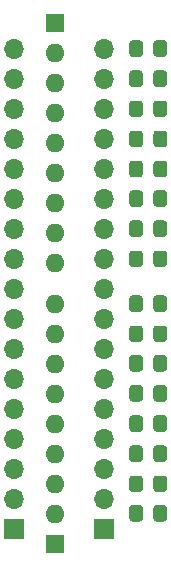
<source format=gbr>
%TF.GenerationSoftware,KiCad,Pcbnew,(5.1.9)-1*%
%TF.CreationDate,2021-02-04T07:57:01-05:00*%
%TF.ProjectId,NerdConsole_BreadBoard_BridgeMonitor16,4e657264-436f-46e7-936f-6c655f427265,rev?*%
%TF.SameCoordinates,Original*%
%TF.FileFunction,Soldermask,Top*%
%TF.FilePolarity,Negative*%
%FSLAX46Y46*%
G04 Gerber Fmt 4.6, Leading zero omitted, Abs format (unit mm)*
G04 Created by KiCad (PCBNEW (5.1.9)-1) date 2021-02-04 07:57:01*
%MOMM*%
%LPD*%
G01*
G04 APERTURE LIST*
%ADD10O,1.700000X1.700000*%
%ADD11R,1.700000X1.700000*%
%ADD12R,1.600000X1.600000*%
%ADD13O,1.600000X1.600000*%
G04 APERTURE END LIST*
%TO.C,D0*%
G36*
G01*
X117100000Y-111399999D02*
X117100000Y-112300001D01*
G75*
G02*
X116850001Y-112550000I-249999J0D01*
G01*
X116199999Y-112550000D01*
G75*
G02*
X115950000Y-112300001I0J249999D01*
G01*
X115950000Y-111399999D01*
G75*
G02*
X116199999Y-111150000I249999J0D01*
G01*
X116850001Y-111150000D01*
G75*
G02*
X117100000Y-111399999I0J-249999D01*
G01*
G37*
G36*
G01*
X119150000Y-111399999D02*
X119150000Y-112300001D01*
G75*
G02*
X118900001Y-112550000I-249999J0D01*
G01*
X118249999Y-112550000D01*
G75*
G02*
X118000000Y-112300001I0J249999D01*
G01*
X118000000Y-111399999D01*
G75*
G02*
X118249999Y-111150000I249999J0D01*
G01*
X118900001Y-111150000D01*
G75*
G02*
X119150000Y-111399999I0J-249999D01*
G01*
G37*
%TD*%
%TO.C,D1*%
G36*
G01*
X119150000Y-108899999D02*
X119150000Y-109800001D01*
G75*
G02*
X118900001Y-110050000I-249999J0D01*
G01*
X118249999Y-110050000D01*
G75*
G02*
X118000000Y-109800001I0J249999D01*
G01*
X118000000Y-108899999D01*
G75*
G02*
X118249999Y-108650000I249999J0D01*
G01*
X118900001Y-108650000D01*
G75*
G02*
X119150000Y-108899999I0J-249999D01*
G01*
G37*
G36*
G01*
X117100000Y-108899999D02*
X117100000Y-109800001D01*
G75*
G02*
X116850001Y-110050000I-249999J0D01*
G01*
X116199999Y-110050000D01*
G75*
G02*
X115950000Y-109800001I0J249999D01*
G01*
X115950000Y-108899999D01*
G75*
G02*
X116199999Y-108650000I249999J0D01*
G01*
X116850001Y-108650000D01*
G75*
G02*
X117100000Y-108899999I0J-249999D01*
G01*
G37*
%TD*%
%TO.C,D2*%
G36*
G01*
X117100000Y-106349999D02*
X117100000Y-107250001D01*
G75*
G02*
X116850001Y-107500000I-249999J0D01*
G01*
X116199999Y-107500000D01*
G75*
G02*
X115950000Y-107250001I0J249999D01*
G01*
X115950000Y-106349999D01*
G75*
G02*
X116199999Y-106100000I249999J0D01*
G01*
X116850001Y-106100000D01*
G75*
G02*
X117100000Y-106349999I0J-249999D01*
G01*
G37*
G36*
G01*
X119150000Y-106349999D02*
X119150000Y-107250001D01*
G75*
G02*
X118900001Y-107500000I-249999J0D01*
G01*
X118249999Y-107500000D01*
G75*
G02*
X118000000Y-107250001I0J249999D01*
G01*
X118000000Y-106349999D01*
G75*
G02*
X118249999Y-106100000I249999J0D01*
G01*
X118900001Y-106100000D01*
G75*
G02*
X119150000Y-106349999I0J-249999D01*
G01*
G37*
%TD*%
%TO.C,D3*%
G36*
G01*
X119150000Y-103799999D02*
X119150000Y-104700001D01*
G75*
G02*
X118900001Y-104950000I-249999J0D01*
G01*
X118249999Y-104950000D01*
G75*
G02*
X118000000Y-104700001I0J249999D01*
G01*
X118000000Y-103799999D01*
G75*
G02*
X118249999Y-103550000I249999J0D01*
G01*
X118900001Y-103550000D01*
G75*
G02*
X119150000Y-103799999I0J-249999D01*
G01*
G37*
G36*
G01*
X117100000Y-103799999D02*
X117100000Y-104700001D01*
G75*
G02*
X116850001Y-104950000I-249999J0D01*
G01*
X116199999Y-104950000D01*
G75*
G02*
X115950000Y-104700001I0J249999D01*
G01*
X115950000Y-103799999D01*
G75*
G02*
X116199999Y-103550000I249999J0D01*
G01*
X116850001Y-103550000D01*
G75*
G02*
X117100000Y-103799999I0J-249999D01*
G01*
G37*
%TD*%
%TO.C,D4*%
G36*
G01*
X117100000Y-101249999D02*
X117100000Y-102150001D01*
G75*
G02*
X116850001Y-102400000I-249999J0D01*
G01*
X116199999Y-102400000D01*
G75*
G02*
X115950000Y-102150001I0J249999D01*
G01*
X115950000Y-101249999D01*
G75*
G02*
X116199999Y-101000000I249999J0D01*
G01*
X116850001Y-101000000D01*
G75*
G02*
X117100000Y-101249999I0J-249999D01*
G01*
G37*
G36*
G01*
X119150000Y-101249999D02*
X119150000Y-102150001D01*
G75*
G02*
X118900001Y-102400000I-249999J0D01*
G01*
X118249999Y-102400000D01*
G75*
G02*
X118000000Y-102150001I0J249999D01*
G01*
X118000000Y-101249999D01*
G75*
G02*
X118249999Y-101000000I249999J0D01*
G01*
X118900001Y-101000000D01*
G75*
G02*
X119150000Y-101249999I0J-249999D01*
G01*
G37*
%TD*%
%TO.C,D5*%
G36*
G01*
X119150000Y-98699999D02*
X119150000Y-99600001D01*
G75*
G02*
X118900001Y-99850000I-249999J0D01*
G01*
X118249999Y-99850000D01*
G75*
G02*
X118000000Y-99600001I0J249999D01*
G01*
X118000000Y-98699999D01*
G75*
G02*
X118249999Y-98450000I249999J0D01*
G01*
X118900001Y-98450000D01*
G75*
G02*
X119150000Y-98699999I0J-249999D01*
G01*
G37*
G36*
G01*
X117100000Y-98699999D02*
X117100000Y-99600001D01*
G75*
G02*
X116850001Y-99850000I-249999J0D01*
G01*
X116199999Y-99850000D01*
G75*
G02*
X115950000Y-99600001I0J249999D01*
G01*
X115950000Y-98699999D01*
G75*
G02*
X116199999Y-98450000I249999J0D01*
G01*
X116850001Y-98450000D01*
G75*
G02*
X117100000Y-98699999I0J-249999D01*
G01*
G37*
%TD*%
%TO.C,D6*%
G36*
G01*
X119150000Y-96199999D02*
X119150000Y-97100001D01*
G75*
G02*
X118900001Y-97350000I-249999J0D01*
G01*
X118249999Y-97350000D01*
G75*
G02*
X118000000Y-97100001I0J249999D01*
G01*
X118000000Y-96199999D01*
G75*
G02*
X118249999Y-95950000I249999J0D01*
G01*
X118900001Y-95950000D01*
G75*
G02*
X119150000Y-96199999I0J-249999D01*
G01*
G37*
G36*
G01*
X117100000Y-96199999D02*
X117100000Y-97100001D01*
G75*
G02*
X116850001Y-97350000I-249999J0D01*
G01*
X116199999Y-97350000D01*
G75*
G02*
X115950000Y-97100001I0J249999D01*
G01*
X115950000Y-96199999D01*
G75*
G02*
X116199999Y-95950000I249999J0D01*
G01*
X116850001Y-95950000D01*
G75*
G02*
X117100000Y-96199999I0J-249999D01*
G01*
G37*
%TD*%
%TO.C,D7*%
G36*
G01*
X117100000Y-93649999D02*
X117100000Y-94550001D01*
G75*
G02*
X116850001Y-94800000I-249999J0D01*
G01*
X116199999Y-94800000D01*
G75*
G02*
X115950000Y-94550001I0J249999D01*
G01*
X115950000Y-93649999D01*
G75*
G02*
X116199999Y-93400000I249999J0D01*
G01*
X116850001Y-93400000D01*
G75*
G02*
X117100000Y-93649999I0J-249999D01*
G01*
G37*
G36*
G01*
X119150000Y-93649999D02*
X119150000Y-94550001D01*
G75*
G02*
X118900001Y-94800000I-249999J0D01*
G01*
X118249999Y-94800000D01*
G75*
G02*
X118000000Y-94550001I0J249999D01*
G01*
X118000000Y-93649999D01*
G75*
G02*
X118249999Y-93400000I249999J0D01*
G01*
X118900001Y-93400000D01*
G75*
G02*
X119150000Y-93649999I0J-249999D01*
G01*
G37*
%TD*%
%TO.C,D8*%
G36*
G01*
X119150000Y-89849999D02*
X119150000Y-90750001D01*
G75*
G02*
X118900001Y-91000000I-249999J0D01*
G01*
X118249999Y-91000000D01*
G75*
G02*
X118000000Y-90750001I0J249999D01*
G01*
X118000000Y-89849999D01*
G75*
G02*
X118249999Y-89600000I249999J0D01*
G01*
X118900001Y-89600000D01*
G75*
G02*
X119150000Y-89849999I0J-249999D01*
G01*
G37*
G36*
G01*
X117100000Y-89849999D02*
X117100000Y-90750001D01*
G75*
G02*
X116850001Y-91000000I-249999J0D01*
G01*
X116199999Y-91000000D01*
G75*
G02*
X115950000Y-90750001I0J249999D01*
G01*
X115950000Y-89849999D01*
G75*
G02*
X116199999Y-89600000I249999J0D01*
G01*
X116850001Y-89600000D01*
G75*
G02*
X117100000Y-89849999I0J-249999D01*
G01*
G37*
%TD*%
%TO.C,D9*%
G36*
G01*
X117100000Y-87299999D02*
X117100000Y-88200001D01*
G75*
G02*
X116850001Y-88450000I-249999J0D01*
G01*
X116199999Y-88450000D01*
G75*
G02*
X115950000Y-88200001I0J249999D01*
G01*
X115950000Y-87299999D01*
G75*
G02*
X116199999Y-87050000I249999J0D01*
G01*
X116850001Y-87050000D01*
G75*
G02*
X117100000Y-87299999I0J-249999D01*
G01*
G37*
G36*
G01*
X119150000Y-87299999D02*
X119150000Y-88200001D01*
G75*
G02*
X118900001Y-88450000I-249999J0D01*
G01*
X118249999Y-88450000D01*
G75*
G02*
X118000000Y-88200001I0J249999D01*
G01*
X118000000Y-87299999D01*
G75*
G02*
X118249999Y-87050000I249999J0D01*
G01*
X118900001Y-87050000D01*
G75*
G02*
X119150000Y-87299999I0J-249999D01*
G01*
G37*
%TD*%
%TO.C,Da*%
G36*
G01*
X119150000Y-84749999D02*
X119150000Y-85650001D01*
G75*
G02*
X118900001Y-85900000I-249999J0D01*
G01*
X118249999Y-85900000D01*
G75*
G02*
X118000000Y-85650001I0J249999D01*
G01*
X118000000Y-84749999D01*
G75*
G02*
X118249999Y-84500000I249999J0D01*
G01*
X118900001Y-84500000D01*
G75*
G02*
X119150000Y-84749999I0J-249999D01*
G01*
G37*
G36*
G01*
X117100000Y-84749999D02*
X117100000Y-85650001D01*
G75*
G02*
X116850001Y-85900000I-249999J0D01*
G01*
X116199999Y-85900000D01*
G75*
G02*
X115950000Y-85650001I0J249999D01*
G01*
X115950000Y-84749999D01*
G75*
G02*
X116199999Y-84500000I249999J0D01*
G01*
X116850001Y-84500000D01*
G75*
G02*
X117100000Y-84749999I0J-249999D01*
G01*
G37*
%TD*%
%TO.C,Db*%
G36*
G01*
X117100000Y-82249999D02*
X117100000Y-83150001D01*
G75*
G02*
X116850001Y-83400000I-249999J0D01*
G01*
X116199999Y-83400000D01*
G75*
G02*
X115950000Y-83150001I0J249999D01*
G01*
X115950000Y-82249999D01*
G75*
G02*
X116199999Y-82000000I249999J0D01*
G01*
X116850001Y-82000000D01*
G75*
G02*
X117100000Y-82249999I0J-249999D01*
G01*
G37*
G36*
G01*
X119150000Y-82249999D02*
X119150000Y-83150001D01*
G75*
G02*
X118900001Y-83400000I-249999J0D01*
G01*
X118249999Y-83400000D01*
G75*
G02*
X118000000Y-83150001I0J249999D01*
G01*
X118000000Y-82249999D01*
G75*
G02*
X118249999Y-82000000I249999J0D01*
G01*
X118900001Y-82000000D01*
G75*
G02*
X119150000Y-82249999I0J-249999D01*
G01*
G37*
%TD*%
%TO.C,Dc*%
G36*
G01*
X119150000Y-79699999D02*
X119150000Y-80600001D01*
G75*
G02*
X118900001Y-80850000I-249999J0D01*
G01*
X118249999Y-80850000D01*
G75*
G02*
X118000000Y-80600001I0J249999D01*
G01*
X118000000Y-79699999D01*
G75*
G02*
X118249999Y-79450000I249999J0D01*
G01*
X118900001Y-79450000D01*
G75*
G02*
X119150000Y-79699999I0J-249999D01*
G01*
G37*
G36*
G01*
X117100000Y-79699999D02*
X117100000Y-80600001D01*
G75*
G02*
X116850001Y-80850000I-249999J0D01*
G01*
X116199999Y-80850000D01*
G75*
G02*
X115950000Y-80600001I0J249999D01*
G01*
X115950000Y-79699999D01*
G75*
G02*
X116199999Y-79450000I249999J0D01*
G01*
X116850001Y-79450000D01*
G75*
G02*
X117100000Y-79699999I0J-249999D01*
G01*
G37*
%TD*%
%TO.C,Dd*%
G36*
G01*
X117100000Y-77149999D02*
X117100000Y-78050001D01*
G75*
G02*
X116850001Y-78300000I-249999J0D01*
G01*
X116199999Y-78300000D01*
G75*
G02*
X115950000Y-78050001I0J249999D01*
G01*
X115950000Y-77149999D01*
G75*
G02*
X116199999Y-76900000I249999J0D01*
G01*
X116850001Y-76900000D01*
G75*
G02*
X117100000Y-77149999I0J-249999D01*
G01*
G37*
G36*
G01*
X119150000Y-77149999D02*
X119150000Y-78050001D01*
G75*
G02*
X118900001Y-78300000I-249999J0D01*
G01*
X118249999Y-78300000D01*
G75*
G02*
X118000000Y-78050001I0J249999D01*
G01*
X118000000Y-77149999D01*
G75*
G02*
X118249999Y-76900000I249999J0D01*
G01*
X118900001Y-76900000D01*
G75*
G02*
X119150000Y-77149999I0J-249999D01*
G01*
G37*
%TD*%
%TO.C,De*%
G36*
G01*
X119150000Y-74599999D02*
X119150000Y-75500001D01*
G75*
G02*
X118900001Y-75750000I-249999J0D01*
G01*
X118249999Y-75750000D01*
G75*
G02*
X118000000Y-75500001I0J249999D01*
G01*
X118000000Y-74599999D01*
G75*
G02*
X118249999Y-74350000I249999J0D01*
G01*
X118900001Y-74350000D01*
G75*
G02*
X119150000Y-74599999I0J-249999D01*
G01*
G37*
G36*
G01*
X117100000Y-74599999D02*
X117100000Y-75500001D01*
G75*
G02*
X116850001Y-75750000I-249999J0D01*
G01*
X116199999Y-75750000D01*
G75*
G02*
X115950000Y-75500001I0J249999D01*
G01*
X115950000Y-74599999D01*
G75*
G02*
X116199999Y-74350000I249999J0D01*
G01*
X116850001Y-74350000D01*
G75*
G02*
X117100000Y-74599999I0J-249999D01*
G01*
G37*
%TD*%
%TO.C,Df*%
G36*
G01*
X117100000Y-72049999D02*
X117100000Y-72950001D01*
G75*
G02*
X116850001Y-73200000I-249999J0D01*
G01*
X116199999Y-73200000D01*
G75*
G02*
X115950000Y-72950001I0J249999D01*
G01*
X115950000Y-72049999D01*
G75*
G02*
X116199999Y-71800000I249999J0D01*
G01*
X116850001Y-71800000D01*
G75*
G02*
X117100000Y-72049999I0J-249999D01*
G01*
G37*
G36*
G01*
X119150000Y-72049999D02*
X119150000Y-72950001D01*
G75*
G02*
X118900001Y-73200000I-249999J0D01*
G01*
X118249999Y-73200000D01*
G75*
G02*
X118000000Y-72950001I0J249999D01*
G01*
X118000000Y-72049999D01*
G75*
G02*
X118249999Y-71800000I249999J0D01*
G01*
X118900001Y-71800000D01*
G75*
G02*
X119150000Y-72049999I0J-249999D01*
G01*
G37*
%TD*%
D10*
%TO.C,J1*%
X113800000Y-72510000D03*
X113800000Y-75050000D03*
X113800000Y-77590000D03*
X113800000Y-80130000D03*
X113800000Y-82670000D03*
X113800000Y-85210000D03*
X113800000Y-87750000D03*
X113800000Y-90290000D03*
X113800000Y-92830000D03*
X113800000Y-95370000D03*
X113800000Y-97910000D03*
X113800000Y-100450000D03*
X113800000Y-102990000D03*
X113800000Y-105530000D03*
X113800000Y-108070000D03*
X113800000Y-110610000D03*
D11*
X113800000Y-113150000D03*
%TD*%
%TO.C,J2*%
X106200000Y-113150000D03*
D10*
X106200000Y-110610000D03*
X106200000Y-108070000D03*
X106200000Y-105530000D03*
X106200000Y-102990000D03*
X106200000Y-100450000D03*
X106200000Y-97910000D03*
X106200000Y-95370000D03*
X106200000Y-92830000D03*
X106200000Y-90290000D03*
X106200000Y-87750000D03*
X106200000Y-85210000D03*
X106200000Y-82670000D03*
X106200000Y-80130000D03*
X106200000Y-77590000D03*
X106200000Y-75050000D03*
X106200000Y-72510000D03*
%TD*%
D12*
%TO.C,RN1*%
X109700000Y-114450000D03*
D13*
X109700000Y-111910000D03*
X109700000Y-109370000D03*
X109700000Y-106830000D03*
X109700000Y-104290000D03*
X109700000Y-101750000D03*
X109700000Y-99210000D03*
X109700000Y-96670000D03*
X109700000Y-94130000D03*
%TD*%
%TO.C,RN2*%
X109700000Y-90620000D03*
X109700000Y-88080000D03*
X109700000Y-85540000D03*
X109700000Y-83000000D03*
X109700000Y-80460000D03*
X109700000Y-77920000D03*
X109700000Y-75380000D03*
X109700000Y-72840000D03*
D12*
X109700000Y-70300000D03*
%TD*%
M02*

</source>
